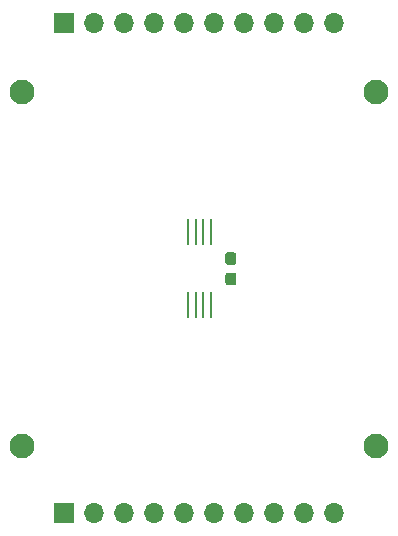
<source format=gbr>
%TF.GenerationSoftware,KiCad,Pcbnew,(5.1.10)-1*%
%TF.CreationDate,2023-05-11T10:09:18-05:00*%
%TF.ProjectId,perovskite_router,7065726f-7673-46b6-9974-655f726f7574,rev?*%
%TF.SameCoordinates,Original*%
%TF.FileFunction,Soldermask,Bot*%
%TF.FilePolarity,Negative*%
%FSLAX46Y46*%
G04 Gerber Fmt 4.6, Leading zero omitted, Abs format (unit mm)*
G04 Created by KiCad (PCBNEW (5.1.10)-1) date 2023-05-11 10:09:18*
%MOMM*%
%LPD*%
G01*
G04 APERTURE LIST*
%ADD10C,2.100000*%
%ADD11O,1.700000X1.700000*%
%ADD12R,1.700000X1.700000*%
%ADD13R,0.220000X2.200000*%
G04 APERTURE END LIST*
D10*
%TO.C,REF\u002A\u002A*%
X164453000Y-101117004D03*
%TD*%
%TO.C,REF\u002A\u002A*%
X164453000Y-71117004D03*
%TD*%
%TO.C,REF\u002A\u002A*%
X134453000Y-101117004D03*
%TD*%
%TO.C,REF\u002A\u002A*%
X134453000Y-71117004D03*
%TD*%
%TO.C,C1*%
G36*
G01*
X152383500Y-85755600D02*
X151908500Y-85755600D01*
G75*
G02*
X151671000Y-85518100I0J237500D01*
G01*
X151671000Y-84918100D01*
G75*
G02*
X151908500Y-84680600I237500J0D01*
G01*
X152383500Y-84680600D01*
G75*
G02*
X152621000Y-84918100I0J-237500D01*
G01*
X152621000Y-85518100D01*
G75*
G02*
X152383500Y-85755600I-237500J0D01*
G01*
G37*
G36*
G01*
X152383500Y-87480600D02*
X151908500Y-87480600D01*
G75*
G02*
X151671000Y-87243100I0J237500D01*
G01*
X151671000Y-86643100D01*
G75*
G02*
X151908500Y-86405600I237500J0D01*
G01*
X152383500Y-86405600D01*
G75*
G02*
X152621000Y-86643100I0J-237500D01*
G01*
X152621000Y-87243100D01*
G75*
G02*
X152383500Y-87480600I-237500J0D01*
G01*
G37*
%TD*%
D11*
%TO.C,J2*%
X160909000Y-106778000D03*
X158369000Y-106778000D03*
X155829000Y-106778000D03*
X153289000Y-106778000D03*
X150749000Y-106778000D03*
X148209000Y-106778000D03*
X145669000Y-106778000D03*
X143129000Y-106778000D03*
X140589000Y-106778000D03*
D12*
X138049000Y-106778000D03*
%TD*%
D11*
%TO.C,J1*%
X160909000Y-65278000D03*
X158369000Y-65278000D03*
X155829000Y-65278000D03*
X153289000Y-65278000D03*
X150749000Y-65278000D03*
X148209000Y-65278000D03*
X145669000Y-65278000D03*
X143129000Y-65278000D03*
X140589000Y-65278000D03*
D12*
X138049000Y-65278000D03*
%TD*%
D13*
%TO.C,U2*%
X148504000Y-89180600D03*
X148504000Y-82980600D03*
X149154000Y-89180600D03*
X149154000Y-82980600D03*
X149804000Y-89180600D03*
X149804000Y-82980600D03*
X150454000Y-89180600D03*
X150454000Y-82980600D03*
%TD*%
M02*

</source>
